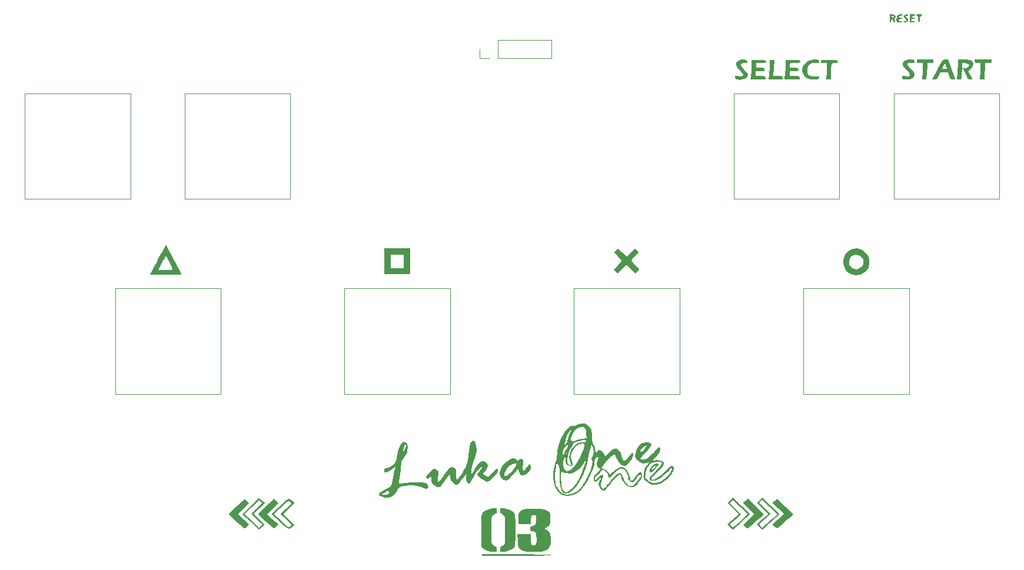
<source format=gbr>
%TF.GenerationSoftware,KiCad,Pcbnew,(6.0.5)*%
%TF.CreationDate,2022-10-13T09:17:03+09:00*%
%TF.ProjectId,Luka One___,4c756b61-204f-46e6-9566-5c5f2e6b6963,rev?*%
%TF.SameCoordinates,PX2f4d600PY1513820*%
%TF.FileFunction,Legend,Top*%
%TF.FilePolarity,Positive*%
%FSLAX46Y46*%
G04 Gerber Fmt 4.6, Leading zero omitted, Abs format (unit mm)*
G04 Created by KiCad (PCBNEW (6.0.5)) date 2022-10-13 09:17:03*
%MOMM*%
%LPD*%
G01*
G04 APERTURE LIST*
%ADD10C,0.120000*%
G04 APERTURE END LIST*
D10*
%TO.C,REF\u002A\u002A*%
X141000000Y-16300000D02*
X125800000Y-16300000D01*
X125800000Y-31500000D02*
X141000000Y-31500000D01*
X141000000Y-31500000D02*
X141000000Y-16300000D01*
X125800000Y-16300000D02*
X125800000Y-31500000D01*
X23800000Y-31500000D02*
X39000000Y-31500000D01*
X39000000Y-31500000D02*
X39000000Y-16300000D01*
X39000000Y-16300000D02*
X23800000Y-16300000D01*
X23800000Y-16300000D02*
X23800000Y-31500000D01*
%TO.C,Kailh PG1352*%
X102799999Y-59543850D02*
X117999999Y-59543850D01*
X102799999Y-44343850D02*
X102799999Y-59543850D01*
X117999999Y-59543850D02*
X117999999Y-44343850D01*
X117999999Y-44343850D02*
X102799999Y-44343850D01*
%TO.C,REF\u002A\u002A*%
X46800000Y-31500000D02*
X62000000Y-31500000D01*
X62000000Y-16300000D02*
X46800000Y-16300000D01*
X46800000Y-16300000D02*
X46800000Y-31500000D01*
X62000000Y-31500000D02*
X62000000Y-16300000D01*
X164000000Y-16300000D02*
X148800000Y-16300000D01*
X164000000Y-31500000D02*
X164000000Y-16300000D01*
X148800000Y-31500000D02*
X164000000Y-31500000D01*
X148800000Y-16300000D02*
X148800000Y-31500000D01*
%TO.C,Kailh PG1353*%
X135799999Y-44343850D02*
X135799999Y-59543850D01*
X135799999Y-59543850D02*
X150999999Y-59543850D01*
X150999999Y-44343850D02*
X135799999Y-44343850D01*
X150999999Y-59543850D02*
X150999999Y-44343850D01*
%TO.C,G\u002A\u002A\u002A*%
G36*
X154539921Y-11650000D02*
G01*
X154521195Y-11804269D01*
X154429154Y-11877361D01*
X154209996Y-11899045D01*
X154088142Y-11900000D01*
X153636363Y-11900000D01*
X153636363Y-12334912D01*
X153627527Y-12657389D01*
X153604350Y-13086623D01*
X153571825Y-13530297D01*
X153571434Y-13534912D01*
X153506505Y-14300000D01*
X152906034Y-14300000D01*
X152955651Y-13100000D01*
X153005269Y-11900000D01*
X152567852Y-11900000D01*
X152294706Y-11888826D01*
X152167452Y-11834525D01*
X152131547Y-11705924D01*
X152130435Y-11650000D01*
X152130435Y-11400000D01*
X154539921Y-11400000D01*
X154539921Y-11650000D01*
G37*
G36*
X88455997Y-66392782D02*
G01*
X88614228Y-66642645D01*
X88728059Y-67006864D01*
X88779707Y-67442713D01*
X88781027Y-67525190D01*
X88771770Y-67830952D01*
X88735440Y-68112396D01*
X88659202Y-68420680D01*
X88530218Y-68806965D01*
X88335653Y-69322410D01*
X88319940Y-69362865D01*
X88204608Y-69717018D01*
X88115021Y-70099680D01*
X88056391Y-70466862D01*
X88033926Y-70774577D01*
X88052839Y-70978837D01*
X88118338Y-71035653D01*
X88121969Y-71034250D01*
X88221568Y-70924379D01*
X88363030Y-70690529D01*
X88462090Y-70495045D01*
X88661504Y-70145562D01*
X88916215Y-69798785D01*
X89187814Y-69497249D01*
X89437891Y-69283492D01*
X89628037Y-69200048D01*
X89631502Y-69200000D01*
X89834403Y-69244284D01*
X90078711Y-69346159D01*
X90326590Y-69568913D01*
X90423447Y-69871292D01*
X90373915Y-70206586D01*
X90182627Y-70528080D01*
X89940704Y-70737455D01*
X89742941Y-70894805D01*
X89711516Y-71029015D01*
X89853189Y-71178962D01*
X90038803Y-71301745D01*
X90214015Y-71405190D01*
X90351793Y-71450494D01*
X90487881Y-71420266D01*
X90658021Y-71297114D01*
X90897959Y-71063645D01*
X91220151Y-70726933D01*
X91474241Y-70478633D01*
X91681049Y-70310599D01*
X91799700Y-70255582D01*
X91805612Y-70257834D01*
X91885823Y-70407897D01*
X91876115Y-70636710D01*
X91786884Y-70849769D01*
X91734215Y-70907003D01*
X91585971Y-71064197D01*
X91386582Y-71317226D01*
X91277703Y-71469118D01*
X90958064Y-71837474D01*
X90603688Y-72092340D01*
X90264576Y-72198839D01*
X90229818Y-72200000D01*
X90065944Y-72138528D01*
X89814544Y-71979881D01*
X89523499Y-71762711D01*
X89240692Y-71525670D01*
X89014003Y-71307410D01*
X88891313Y-71146584D01*
X88881797Y-71111807D01*
X88949927Y-70965947D01*
X89123123Y-70753514D01*
X89232806Y-70643522D01*
X89445998Y-70404749D01*
X89569546Y-70190106D01*
X89585294Y-70042024D01*
X89508198Y-70000000D01*
X89363900Y-70081627D01*
X89152078Y-70301788D01*
X88901284Y-70623398D01*
X88640074Y-71009374D01*
X88397001Y-71422633D01*
X88361444Y-71489295D01*
X88160449Y-71856894D01*
X87976254Y-72167287D01*
X87840498Y-72367952D01*
X87812865Y-72400000D01*
X87694297Y-72484730D01*
X87581536Y-72437016D01*
X87458009Y-72300000D01*
X87335458Y-72108644D01*
X87289078Y-71885141D01*
X87303989Y-71551597D01*
X87307800Y-71513798D01*
X87363307Y-70977596D01*
X87115090Y-71313798D01*
X86914819Y-71569608D01*
X86644132Y-71896076D01*
X86406394Y-72171375D01*
X86160348Y-72442901D01*
X85998556Y-72586533D01*
X85875117Y-72626669D01*
X85744127Y-72587706D01*
X85681614Y-72556613D01*
X85332248Y-72310453D01*
X85121772Y-71979590D01*
X85022202Y-71574116D01*
X84984021Y-71333175D01*
X84937598Y-71212666D01*
X84855787Y-71221053D01*
X84711439Y-71366799D01*
X84477410Y-71658367D01*
X84388735Y-71771605D01*
X84204109Y-72026076D01*
X84085832Y-72225026D01*
X84062450Y-72294136D01*
X84007306Y-72396335D01*
X83987154Y-72400287D01*
X83887017Y-72475615D01*
X83738215Y-72660493D01*
X83711067Y-72700000D01*
X83498737Y-72925469D01*
X83255836Y-72983122D01*
X82950399Y-72874005D01*
X82728450Y-72732206D01*
X82408126Y-72431395D01*
X82270244Y-72092043D01*
X82291213Y-71696320D01*
X82315592Y-71471941D01*
X82253755Y-71415791D01*
X82089976Y-71523341D01*
X81993151Y-71610476D01*
X81772009Y-71749579D01*
X81616626Y-71712609D01*
X81552928Y-71506997D01*
X81552569Y-71484179D01*
X81622611Y-71317282D01*
X81802132Y-71074705D01*
X82045226Y-70804072D01*
X82305987Y-70553004D01*
X82538507Y-70369124D01*
X82694082Y-70300000D01*
X82861325Y-70358041D01*
X83084658Y-70499301D01*
X83104437Y-70514529D01*
X83286769Y-70691255D01*
X83338400Y-70881307D01*
X83314117Y-71089529D01*
X83226165Y-71635027D01*
X83182677Y-72027362D01*
X83184891Y-72251399D01*
X83215125Y-72300000D01*
X83336284Y-72224527D01*
X83534066Y-72026062D01*
X83771505Y-71746537D01*
X84011637Y-71427883D01*
X84107630Y-71287587D01*
X84334455Y-70944335D01*
X84576176Y-70578761D01*
X84628278Y-70500000D01*
X84903738Y-70198041D01*
X85203420Y-70093747D01*
X85533799Y-70185561D01*
X85646436Y-70255670D01*
X85762900Y-70360190D01*
X85830327Y-70505653D01*
X85861586Y-70743964D01*
X85869547Y-71127031D01*
X85869565Y-71155670D01*
X85880440Y-71512650D01*
X85909192Y-71776154D01*
X85950009Y-71897135D01*
X85957751Y-71900000D01*
X86084240Y-71818659D01*
X86277931Y-71601382D01*
X86510754Y-71288286D01*
X86754640Y-70919488D01*
X86981519Y-70535104D01*
X87161153Y-70180082D01*
X87414819Y-69451116D01*
X87603141Y-68536704D01*
X87619042Y-68430367D01*
X87722813Y-67727095D01*
X87807992Y-67197665D01*
X87882067Y-66817614D01*
X87952525Y-66562478D01*
X88026856Y-66407795D01*
X88112546Y-66329102D01*
X88217086Y-66301933D01*
X88271144Y-66300000D01*
X88455997Y-66392782D01*
G37*
G36*
X129861179Y-11502507D02*
G01*
X130166178Y-11514520D01*
X130341404Y-11542774D01*
X130422357Y-11594004D01*
X130444537Y-11674945D01*
X130445059Y-11700000D01*
X130426099Y-11805106D01*
X130340597Y-11865319D01*
X130145619Y-11892859D01*
X129798232Y-11899944D01*
X129742292Y-11900000D01*
X129039525Y-11900000D01*
X129039525Y-12600000D01*
X129641897Y-12600000D01*
X129975739Y-12605293D01*
X130155980Y-12634218D01*
X130229770Y-12706344D01*
X130244255Y-12841237D01*
X130244269Y-12850000D01*
X130232826Y-12984389D01*
X130168255Y-13059242D01*
X130005194Y-13091938D01*
X129698280Y-13099855D01*
X129591699Y-13100000D01*
X128939130Y-13100000D01*
X128939130Y-13800000D01*
X129641897Y-13800000D01*
X130009054Y-13803676D01*
X130219186Y-13825081D01*
X130316045Y-13879780D01*
X130343384Y-13983337D01*
X130344664Y-14050000D01*
X130344664Y-14300000D01*
X128210091Y-14300000D01*
X128272320Y-13925000D01*
X128299277Y-13662285D01*
X128320597Y-13264444D01*
X128333347Y-12796331D01*
X128335654Y-12525000D01*
X128336759Y-11500000D01*
X129390909Y-11500000D01*
X129861179Y-11502507D01*
G37*
G36*
X128990226Y-75765192D02*
G01*
X130151097Y-76850000D01*
X129756633Y-77200000D01*
X129504041Y-77425117D01*
X129160316Y-77732766D01*
X128783177Y-78071250D01*
X128612225Y-78225000D01*
X128287673Y-78509418D01*
X128014365Y-78734661D01*
X127828356Y-78871801D01*
X127770953Y-78900000D01*
X127646928Y-78835237D01*
X127453842Y-78674650D01*
X127402264Y-78625000D01*
X127124901Y-78350000D01*
X128788537Y-76815936D01*
X127093857Y-75239168D01*
X127461606Y-74959777D01*
X127829355Y-74680385D01*
X128990226Y-75765192D01*
G37*
G36*
X59985700Y-74971885D02*
G01*
X60291396Y-75276378D01*
X58653172Y-76835366D01*
X59466832Y-77581120D01*
X60280492Y-78326873D01*
X60004862Y-78613436D01*
X59810303Y-78795938D01*
X59668293Y-78894415D01*
X59646719Y-78900000D01*
X59547609Y-78835686D01*
X59329590Y-78658542D01*
X59020484Y-78392265D01*
X58648112Y-78060552D01*
X58454625Y-77884638D01*
X57345043Y-76869276D01*
X57828055Y-76376539D01*
X58140123Y-76069062D01*
X58529412Y-75700731D01*
X58921473Y-75341753D01*
X58995535Y-75275597D01*
X59680003Y-74667392D01*
X59985700Y-74971885D01*
G37*
G36*
X91692490Y-76388477D02*
G01*
X91670177Y-76668086D01*
X91594058Y-76788228D01*
X91537334Y-76800000D01*
X91364795Y-76866413D01*
X91153619Y-77028046D01*
X91135753Y-77045454D01*
X91047023Y-77139952D01*
X90982644Y-77240895D01*
X90938709Y-77379869D01*
X90911315Y-77588459D01*
X90896557Y-77898250D01*
X90890531Y-78340828D01*
X90889333Y-78947777D01*
X90889328Y-79038944D01*
X90895003Y-79629188D01*
X90910725Y-80166050D01*
X90934539Y-80610700D01*
X90964491Y-80924305D01*
X90990693Y-81052541D01*
X91165909Y-81289954D01*
X91392274Y-81430974D01*
X91593950Y-81535749D01*
X91677826Y-81694575D01*
X91692490Y-81921923D01*
X91692490Y-82300000D01*
X91265810Y-82293310D01*
X90883459Y-82256227D01*
X90478992Y-82173020D01*
X90401726Y-82150706D01*
X90070999Y-82013951D01*
X89784168Y-81840127D01*
X89724058Y-81789964D01*
X89483794Y-81565137D01*
X89483794Y-79201424D01*
X89484514Y-78452761D01*
X89488120Y-77877946D01*
X89496779Y-77450828D01*
X89512660Y-77145256D01*
X89537930Y-76935078D01*
X89574757Y-76794145D01*
X89625310Y-76696305D01*
X89691755Y-76615408D01*
X89698803Y-76607836D01*
X90044221Y-76342443D01*
X90521312Y-76158192D01*
X91115217Y-76048233D01*
X91692490Y-75976955D01*
X91692490Y-76388477D01*
G37*
G36*
X158966246Y-11415050D02*
G01*
X159409395Y-11437156D01*
X159699122Y-11470192D01*
X159882793Y-11525782D01*
X160007775Y-11615551D01*
X160070594Y-11686078D01*
X160242284Y-12009664D01*
X160220409Y-12330844D01*
X160002787Y-12663617D01*
X159902329Y-12764685D01*
X159542208Y-13102986D01*
X159852132Y-13649978D01*
X160013512Y-13942387D01*
X160125610Y-14159998D01*
X160162055Y-14248485D01*
X160074076Y-14283438D01*
X159859559Y-14299827D01*
X159832608Y-14300000D01*
X159669673Y-14289456D01*
X159547095Y-14233998D01*
X159433853Y-14097880D01*
X159298929Y-13845361D01*
X159138322Y-13500000D01*
X158773482Y-12700000D01*
X159050627Y-12700000D01*
X159328627Y-12626807D01*
X159514804Y-12494146D01*
X159636639Y-12268552D01*
X159572192Y-12085507D01*
X159334288Y-11961681D01*
X159072581Y-11919250D01*
X158656126Y-11888500D01*
X158656126Y-12479581D01*
X158644234Y-12933860D01*
X158613905Y-13436455D01*
X158591627Y-13685330D01*
X158551495Y-14022035D01*
X158502660Y-14205861D01*
X158417550Y-14283045D01*
X158268596Y-14299823D01*
X158225101Y-14300000D01*
X157923076Y-14300000D01*
X157987896Y-13325000D01*
X158016945Y-12837330D01*
X158039391Y-12364179D01*
X158051820Y-11981762D01*
X158053235Y-11865050D01*
X158053755Y-11380100D01*
X158966246Y-11415050D01*
G37*
G36*
X150852726Y-4987321D02*
G01*
X150892677Y-5073980D01*
X150754154Y-5099968D01*
X150744980Y-5100000D01*
X150567621Y-5125753D01*
X150547559Y-5219518D01*
X150684906Y-5406057D01*
X150746640Y-5473049D01*
X150892424Y-5670903D01*
X150889086Y-5829406D01*
X150862008Y-5879494D01*
X150709113Y-6012273D01*
X150502793Y-6080489D01*
X150316633Y-6074181D01*
X150224220Y-5983386D01*
X150222925Y-5966004D01*
X150294092Y-5861459D01*
X150423715Y-5871025D01*
X150584563Y-5868734D01*
X150624506Y-5811663D01*
X150559320Y-5664564D01*
X150423715Y-5500000D01*
X150274856Y-5302756D01*
X150222925Y-5151905D01*
X150307721Y-5019754D01*
X150503262Y-4937183D01*
X150721269Y-4927259D01*
X150852726Y-4987321D01*
G37*
G36*
X97950024Y-76090796D02*
G01*
X98573976Y-76209712D01*
X99026969Y-76404682D01*
X99272500Y-76630585D01*
X99363713Y-76874740D01*
X99414499Y-77242654D01*
X99424708Y-77662662D01*
X99394189Y-78063102D01*
X99322793Y-78372310D01*
X99276330Y-78463967D01*
X99078408Y-78651112D01*
X98818684Y-78800771D01*
X98507633Y-78929105D01*
X98889982Y-79142346D01*
X99197839Y-79385200D01*
X99395172Y-79725650D01*
X99496360Y-80197095D01*
X99517497Y-80600000D01*
X99448253Y-81203684D01*
X99228617Y-81679329D01*
X98860759Y-82022430D01*
X98820553Y-82046598D01*
X98630815Y-82137811D01*
X98404821Y-82199940D01*
X98098149Y-82239448D01*
X97666375Y-82262800D01*
X97264427Y-82273023D01*
X96562251Y-82271709D01*
X96031798Y-82236011D01*
X95646659Y-82163977D01*
X95600209Y-82150051D01*
X95244504Y-82014929D01*
X95002578Y-81849943D01*
X94851015Y-81614927D01*
X94766402Y-81269712D01*
X94725322Y-80774134D01*
X94719755Y-80639700D01*
X94684965Y-79700000D01*
X96611857Y-79700000D01*
X96611857Y-80446481D01*
X96618949Y-80840205D01*
X96647727Y-81082043D01*
X96709447Y-81219840D01*
X96812648Y-81300000D01*
X97069374Y-81352330D01*
X97214229Y-81300000D01*
X97316559Y-81220741D01*
X97377203Y-81087100D01*
X97406534Y-80852771D01*
X97414925Y-80471445D01*
X97415019Y-80403624D01*
X97394961Y-79908683D01*
X97323876Y-79581115D01*
X97185404Y-79391293D01*
X96963181Y-79309593D01*
X96805477Y-79300000D01*
X96605592Y-79278718D01*
X96525326Y-79174063D01*
X96511462Y-78961129D01*
X96533660Y-78726478D01*
X96641193Y-78613809D01*
X96852758Y-78558482D01*
X97147376Y-78469712D01*
X97319503Y-78311551D01*
X97393681Y-78042146D01*
X97395184Y-77633437D01*
X97364822Y-77050000D01*
X96662055Y-77050000D01*
X96632166Y-77675000D01*
X96602276Y-78300000D01*
X94804743Y-78300000D01*
X94804743Y-77508889D01*
X94809208Y-77108423D01*
X94833328Y-76852602D01*
X94893188Y-76686107D01*
X95004874Y-76553613D01*
X95108884Y-76462868D01*
X95356939Y-76292471D01*
X95652391Y-76173787D01*
X96033885Y-76099059D01*
X96540071Y-76060531D01*
X97164031Y-76050389D01*
X97950024Y-76090796D01*
G37*
G36*
X151537752Y-4900000D02*
G01*
X151803438Y-4927820D01*
X151920874Y-4992517D01*
X151874133Y-5065941D01*
X151661299Y-5118357D01*
X151440221Y-5184485D01*
X151350252Y-5284817D01*
X151406809Y-5371856D01*
X151569894Y-5400000D01*
X151762534Y-5433222D01*
X151829249Y-5500000D01*
X151743332Y-5575172D01*
X151578261Y-5600000D01*
X151376397Y-5652158D01*
X151327272Y-5750000D01*
X151415262Y-5868047D01*
X151634383Y-5900000D01*
X151835083Y-5927082D01*
X151881427Y-5996569D01*
X151879446Y-6000000D01*
X151748598Y-6065281D01*
X151517535Y-6096367D01*
X151276949Y-6090350D01*
X151117527Y-6044318D01*
X151100339Y-6025000D01*
X151086222Y-5889951D01*
X151091324Y-5625448D01*
X151104104Y-5425000D01*
X151145861Y-4899999D01*
X151537752Y-4900000D01*
G37*
G36*
X137732244Y-11422167D02*
G01*
X137964655Y-11498657D01*
X138064662Y-11644452D01*
X138075099Y-11743926D01*
X138059700Y-11870292D01*
X137980980Y-11930196D01*
X137790152Y-11939425D01*
X137527273Y-11921203D01*
X137196625Y-11904943D01*
X136983340Y-11941450D01*
X136805974Y-12055451D01*
X136673914Y-12180283D01*
X136456761Y-12452794D01*
X136374105Y-12743911D01*
X136368379Y-12884128D01*
X136391867Y-13268110D01*
X136482254Y-13516751D01*
X136669427Y-13691284D01*
X136798064Y-13764475D01*
X137128364Y-13868513D01*
X137544327Y-13862928D01*
X137589060Y-13857332D01*
X137918090Y-13839195D01*
X138071257Y-13901656D01*
X138059996Y-14053230D01*
X137998265Y-14162084D01*
X137836646Y-14256833D01*
X137541060Y-14313748D01*
X137176026Y-14325203D01*
X136870355Y-14295364D01*
X136348511Y-14124766D01*
X135963866Y-13818782D01*
X135731802Y-13394611D01*
X135665988Y-12948439D01*
X135757947Y-12432533D01*
X136014823Y-11992381D01*
X136406582Y-11655843D01*
X136903192Y-11450779D01*
X137335196Y-11400000D01*
X137732244Y-11422167D01*
G37*
G36*
X60786328Y-75429149D02*
G01*
X61139517Y-75104064D01*
X61420107Y-74851979D01*
X61599035Y-74699196D01*
X61640696Y-74668609D01*
X61820073Y-74678273D01*
X62108915Y-74849165D01*
X62195656Y-74915282D01*
X62611508Y-75243346D01*
X60921344Y-76815936D01*
X62589442Y-78351534D01*
X62307567Y-78605768D01*
X62106148Y-78787470D01*
X61947000Y-78906150D01*
X61800336Y-78951217D01*
X61636370Y-78912085D01*
X61425315Y-78778164D01*
X61137384Y-78538867D01*
X60742792Y-78183605D01*
X60501059Y-77963603D01*
X59277613Y-76851863D01*
X59281450Y-76848237D01*
X59641321Y-76848237D01*
X60678904Y-77812660D01*
X61089299Y-78191831D01*
X61381419Y-78451220D01*
X61582814Y-78608530D01*
X61721037Y-78681462D01*
X61823637Y-78687719D01*
X61918166Y-78645003D01*
X61946385Y-78627040D01*
X62114761Y-78478630D01*
X62170926Y-78363499D01*
X62097500Y-78254050D01*
X61903259Y-78047312D01*
X61620179Y-77775756D01*
X61369844Y-77550000D01*
X60574121Y-76850000D01*
X61399928Y-76077406D01*
X62225736Y-75304812D01*
X62009992Y-75089917D01*
X61904074Y-74995420D01*
X61801386Y-74952380D01*
X61677455Y-74975766D01*
X61507809Y-75080549D01*
X61267975Y-75281701D01*
X60933481Y-75594191D01*
X60499379Y-76014005D01*
X59641321Y-76848237D01*
X59281450Y-76848237D01*
X60389600Y-75800931D01*
X60786328Y-75429149D01*
G37*
G36*
X92183440Y-70597223D02*
G01*
X92370311Y-70168311D01*
X92648931Y-69766031D01*
X92989246Y-69410731D01*
X93361203Y-69122759D01*
X93734747Y-68922465D01*
X94079825Y-68830196D01*
X94366382Y-68866300D01*
X94535665Y-69004621D01*
X94685944Y-69218330D01*
X94902211Y-69002915D01*
X95134175Y-68857505D01*
X95331108Y-68883365D01*
X95468991Y-69052064D01*
X95523803Y-69335173D01*
X95477241Y-69683505D01*
X95429352Y-69998006D01*
X95441891Y-70296179D01*
X95506099Y-70517111D01*
X95609046Y-70600000D01*
X95712085Y-70522537D01*
X95879431Y-70321683D01*
X96033813Y-70101945D01*
X96223202Y-69841848D01*
X96381978Y-69673526D01*
X96461265Y-69634675D01*
X96534837Y-69744738D01*
X96587118Y-69976371D01*
X96592576Y-70028677D01*
X96588809Y-70261186D01*
X96511018Y-70465685D01*
X96327995Y-70707694D01*
X96203308Y-70845947D01*
X95837867Y-71166491D01*
X95516292Y-71294056D01*
X95242525Y-71229077D01*
X95020511Y-70971986D01*
X94906373Y-70703726D01*
X94771011Y-70295192D01*
X94462731Y-70672596D01*
X94218453Y-70960660D01*
X93915994Y-71302652D01*
X93712894Y-71525000D01*
X93345179Y-71855162D01*
X93019783Y-71998069D01*
X92718322Y-71957108D01*
X92444974Y-71758612D01*
X92187311Y-71382693D01*
X92128941Y-71014656D01*
X92808206Y-71014656D01*
X92818556Y-71265745D01*
X92863768Y-71333333D01*
X92961699Y-71389379D01*
X93090311Y-71358186D01*
X93283188Y-71221007D01*
X93573912Y-70959094D01*
X93631108Y-70904972D01*
X93935881Y-70587860D01*
X94212019Y-70253676D01*
X94381061Y-70004972D01*
X94609948Y-69600000D01*
X94330863Y-69600373D01*
X94009908Y-69670978D01*
X93647890Y-69850429D01*
X93329025Y-70091273D01*
X93198419Y-70238456D01*
X92937284Y-70664186D01*
X92808206Y-71014656D01*
X92128941Y-71014656D01*
X92118586Y-70949364D01*
X92183440Y-70597223D01*
G37*
G36*
X127307384Y-11398609D02*
G01*
X127569477Y-11484960D01*
X127718453Y-11646338D01*
X127734550Y-11735698D01*
X127710527Y-11866377D01*
X127603981Y-11929852D01*
X127363585Y-11949291D01*
X127259760Y-11950000D01*
X126942836Y-11975106D01*
X126786522Y-12060173D01*
X126791148Y-12219825D01*
X126957043Y-12468684D01*
X127279274Y-12816095D01*
X127544218Y-13106712D01*
X127740465Y-13368867D01*
X127832145Y-13553500D01*
X127834782Y-13575845D01*
X127743432Y-13888179D01*
X127488236Y-14127607D01*
X127097482Y-14279325D01*
X126599454Y-14328533D01*
X126413655Y-14319527D01*
X126152384Y-14269733D01*
X126022542Y-14148452D01*
X125982089Y-14032728D01*
X125944518Y-13814639D01*
X126004748Y-13735568D01*
X126198717Y-13771419D01*
X126314346Y-13809946D01*
X126639141Y-13873309D01*
X126918367Y-13843158D01*
X127096573Y-13731950D01*
X127132016Y-13626239D01*
X127064984Y-13475012D01*
X126888527Y-13236372D01*
X126639603Y-12959801D01*
X126617490Y-12937342D01*
X126280586Y-12549971D01*
X126117846Y-12230334D01*
X126124828Y-11954782D01*
X126297092Y-11699665D01*
X126372100Y-11630589D01*
X126655724Y-11467338D01*
X126985142Y-11391373D01*
X127307384Y-11398609D01*
G37*
G36*
X151220959Y-11420579D02*
G01*
X151541952Y-11445662D01*
X151713582Y-11493690D01*
X151787269Y-11589121D01*
X151808440Y-11700000D01*
X151813203Y-11847930D01*
X151749200Y-11916693D01*
X151567793Y-11929021D01*
X151345657Y-11916295D01*
X150987657Y-11919711D01*
X150802658Y-11996335D01*
X150789983Y-12154369D01*
X150948950Y-12402012D01*
X151276946Y-12745613D01*
X151580865Y-13056004D01*
X151753294Y-13290339D01*
X151823349Y-13492596D01*
X151829249Y-13579841D01*
X151741488Y-13913005D01*
X151489694Y-14148367D01*
X151091099Y-14274155D01*
X150786658Y-14292105D01*
X150466136Y-14278167D01*
X150221321Y-14251441D01*
X150147628Y-14233771D01*
X150049376Y-14105587D01*
X150022134Y-13949727D01*
X150038353Y-13800437D01*
X150124902Y-13758871D01*
X150338617Y-13803243D01*
X150376966Y-13813709D01*
X150666850Y-13863958D01*
X150901997Y-13856684D01*
X150919865Y-13851841D01*
X151117714Y-13742910D01*
X151158123Y-13579594D01*
X151036798Y-13346167D01*
X150749444Y-13026901D01*
X150674832Y-12954386D01*
X150313719Y-12559112D01*
X150132607Y-12227582D01*
X150127899Y-11942563D01*
X150295997Y-11686824D01*
X150392698Y-11602837D01*
X150610282Y-11472833D01*
X150872396Y-11418560D01*
X151220959Y-11420579D01*
G37*
G36*
X111872037Y-38850095D02*
G01*
X112176581Y-39140718D01*
X111622678Y-39698259D01*
X111360924Y-39972986D01*
X111165888Y-40199131D01*
X111072301Y-40335826D01*
X111068774Y-40350000D01*
X111135011Y-40460520D01*
X111310966Y-40670605D01*
X111562511Y-40940283D01*
X111641292Y-41020477D01*
X112213810Y-41596754D01*
X111921934Y-41900207D01*
X111630059Y-42203660D01*
X110998033Y-41579719D01*
X110366008Y-40955777D01*
X109733982Y-41579719D01*
X109101956Y-42203660D01*
X108810081Y-41900207D01*
X108518205Y-41596754D01*
X109090723Y-41020477D01*
X109357223Y-40741329D01*
X109557625Y-40510659D01*
X109657801Y-40368438D01*
X109663241Y-40350000D01*
X109597060Y-40238869D01*
X109421672Y-40029160D01*
X109171809Y-39761740D01*
X109109338Y-39698259D01*
X108555434Y-39140718D01*
X108859979Y-38850095D01*
X109164523Y-38559472D01*
X109765265Y-39151605D01*
X110366008Y-39743739D01*
X110966750Y-39151605D01*
X111567492Y-38559472D01*
X111872037Y-38850095D01*
G37*
G36*
X141691713Y-39720833D02*
G01*
X141996470Y-39264855D01*
X142422253Y-38906162D01*
X142949460Y-38674887D01*
X143501829Y-38600557D01*
X143883570Y-38676120D01*
X144307830Y-38876701D01*
X144705708Y-39160936D01*
X145008300Y-39487462D01*
X145028031Y-39516781D01*
X145203339Y-39838837D01*
X145285601Y-40163618D01*
X145303557Y-40524982D01*
X145279245Y-40898031D01*
X145216793Y-41229422D01*
X145161927Y-41379965D01*
X144933271Y-41700479D01*
X144611108Y-42021879D01*
X144282234Y-42258920D01*
X144249407Y-42276168D01*
X143863492Y-42396560D01*
X143398404Y-42441607D01*
X142964326Y-42402485D01*
X142894071Y-42384699D01*
X142350956Y-42127210D01*
X141912716Y-41713783D01*
X141699605Y-41371146D01*
X141523680Y-40804111D01*
X141525807Y-40498881D01*
X142392095Y-40498881D01*
X142438507Y-40931952D01*
X142594439Y-41232966D01*
X142871496Y-41444119D01*
X143319298Y-41589802D01*
X143747437Y-41537912D01*
X144122329Y-41308202D01*
X144333221Y-41088178D01*
X144428302Y-40866133D01*
X144450197Y-40550000D01*
X144427467Y-40229768D01*
X144330863Y-40008535D01*
X144122329Y-39791797D01*
X143739158Y-39559379D01*
X143339750Y-39494435D01*
X142964843Y-39580316D01*
X142655176Y-39800373D01*
X142451488Y-40137957D01*
X142392095Y-40498881D01*
X141525807Y-40498881D01*
X141527583Y-40243963D01*
X141691713Y-39720833D01*
G37*
G36*
X152751248Y-4919861D02*
G01*
X152912866Y-4970114D01*
X152933597Y-5000000D01*
X152852977Y-5090274D01*
X152792425Y-5100000D01*
X152682058Y-5198409D01*
X152599293Y-5490551D01*
X152582213Y-5600000D01*
X152526586Y-5884769D01*
X152459874Y-6065851D01*
X152422199Y-6100000D01*
X152370300Y-6010047D01*
X152337361Y-5780058D01*
X152331225Y-5600000D01*
X152315103Y-5285568D01*
X152259286Y-5131995D01*
X152180632Y-5100000D01*
X152047029Y-5046002D01*
X152030039Y-5000000D01*
X152119771Y-4940362D01*
X152346804Y-4904588D01*
X152481818Y-4900000D01*
X152751248Y-4919861D01*
G37*
G36*
X131525332Y-13800000D02*
G01*
X132189939Y-13800000D01*
X132544707Y-13804198D01*
X132743666Y-13828067D01*
X132831777Y-13888522D01*
X132854003Y-14002474D01*
X132854545Y-14050000D01*
X132854545Y-14300000D01*
X130818036Y-14300000D01*
X130882536Y-13685330D01*
X130915413Y-13261587D01*
X130938649Y-12751285D01*
X130947035Y-12285330D01*
X130947035Y-11500000D01*
X131669610Y-11500000D01*
X131525332Y-13800000D01*
G37*
G36*
X74880907Y-73805622D02*
G01*
X75135666Y-73631306D01*
X75554448Y-73403901D01*
X75685264Y-73337225D01*
X76036027Y-73144775D01*
X76311784Y-72965246D01*
X76466139Y-72829799D01*
X76481931Y-72802127D01*
X76582303Y-72457377D01*
X76692254Y-72031773D01*
X76803309Y-71564964D01*
X76906995Y-71096595D01*
X76994839Y-70666315D01*
X77058365Y-70313769D01*
X77089102Y-70078606D01*
X77080820Y-70000000D01*
X77001991Y-70059872D01*
X76824261Y-70211336D01*
X76722102Y-70301065D01*
X76461455Y-70501316D01*
X76219089Y-70639347D01*
X76156324Y-70661906D01*
X75980606Y-70744294D01*
X75930435Y-70817795D01*
X75847079Y-70880427D01*
X75704545Y-70881955D01*
X75537975Y-70811081D01*
X75480712Y-70624663D01*
X75478656Y-70550000D01*
X75502409Y-70343181D01*
X75614519Y-70250573D01*
X75819881Y-70217554D01*
X76267632Y-70094399D01*
X76689940Y-69838901D01*
X77033490Y-69495725D01*
X77244966Y-69109539D01*
X77273210Y-69000000D01*
X77320280Y-68720353D01*
X77345780Y-68511252D01*
X77346433Y-68500000D01*
X77375187Y-68324344D01*
X77441639Y-68031526D01*
X77463924Y-67944501D01*
X78239525Y-67944501D01*
X78396617Y-67721104D01*
X78523536Y-67462784D01*
X78609954Y-67152431D01*
X78610543Y-67148854D01*
X78624319Y-66903774D01*
X78571509Y-66800772D01*
X78563668Y-66800000D01*
X78460119Y-66888119D01*
X78355401Y-67108180D01*
X78273791Y-67393737D01*
X78239567Y-67678344D01*
X78239525Y-67687172D01*
X78239525Y-67944501D01*
X77463924Y-67944501D01*
X77500928Y-67800000D01*
X77695168Y-67179530D01*
X77896575Y-66752214D01*
X78111457Y-66511209D01*
X78346121Y-66449670D01*
X78606875Y-66560753D01*
X78628545Y-66576512D01*
X78784087Y-66718189D01*
X78859180Y-66886223D01*
X78877534Y-67151656D01*
X78873945Y-67311714D01*
X78858298Y-67686242D01*
X78824644Y-67937249D01*
X78746267Y-68139379D01*
X78596451Y-68367279D01*
X78405502Y-68620557D01*
X78210179Y-68889567D01*
X78085403Y-69114758D01*
X78009727Y-69360560D01*
X77961703Y-69691398D01*
X77929638Y-70050000D01*
X77879079Y-70573027D01*
X77812325Y-71130220D01*
X77742529Y-71613362D01*
X77731930Y-71676726D01*
X77676630Y-72032558D01*
X77645621Y-72302276D01*
X77644635Y-72434266D01*
X77647253Y-72438846D01*
X77757415Y-72440876D01*
X78020786Y-72417415D01*
X78392062Y-72373008D01*
X78641106Y-72339146D01*
X79216243Y-72279023D01*
X79834884Y-72248241D01*
X80383319Y-72252135D01*
X80435216Y-72254955D01*
X81018496Y-72310137D01*
X81427105Y-72401806D01*
X81685720Y-72542501D01*
X81819014Y-72744760D01*
X81852217Y-72975000D01*
X81781123Y-73154568D01*
X81568749Y-73197923D01*
X81221529Y-73104322D01*
X81115963Y-73060122D01*
X80471948Y-72846858D01*
X79738243Y-72745884D01*
X79042687Y-72741623D01*
X78447463Y-72781280D01*
X78015763Y-72856271D01*
X77711386Y-72981371D01*
X77498129Y-73171353D01*
X77342255Y-73435593D01*
X77019017Y-73959364D01*
X76609664Y-74302668D01*
X76109959Y-74467653D01*
X75515667Y-74456471D01*
X75378261Y-74431903D01*
X75151437Y-74341840D01*
X74931430Y-74204951D01*
X74795723Y-74072952D01*
X74783456Y-74003879D01*
X75186831Y-74003879D01*
X75188347Y-74017530D01*
X75336105Y-74090369D01*
X75585974Y-74089656D01*
X75856402Y-74022668D01*
X76008491Y-73944329D01*
X76166350Y-73783183D01*
X76232167Y-73617991D01*
X76188140Y-73511823D01*
X76133911Y-73500000D01*
X75966167Y-73542152D01*
X75727302Y-73646611D01*
X75477601Y-73780383D01*
X75277349Y-73910470D01*
X75186831Y-74003879D01*
X74783456Y-74003879D01*
X74773238Y-73946340D01*
X74880907Y-73805622D01*
G37*
G36*
X148581334Y-4918963D02*
G01*
X148880329Y-4992248D01*
X149064278Y-5129719D01*
X149104544Y-5295992D01*
X149000316Y-5436612D01*
X148889986Y-5594270D01*
X148923482Y-5705755D01*
X149008692Y-5917263D01*
X148985320Y-6066933D01*
X148912564Y-6100000D01*
X148811397Y-6015513D01*
X148702990Y-5808736D01*
X148690314Y-5775000D01*
X148573681Y-5450000D01*
X148519844Y-5741750D01*
X148442808Y-5963972D01*
X148340514Y-6075083D01*
X148266733Y-6038093D01*
X148226667Y-5849817D01*
X148215019Y-5502296D01*
X148215019Y-5250000D01*
X148516205Y-5250000D01*
X148596568Y-5382576D01*
X148666798Y-5400000D01*
X148799899Y-5319953D01*
X148817391Y-5250000D01*
X148737028Y-5117423D01*
X148666798Y-5100000D01*
X148533697Y-5180046D01*
X148516205Y-5250000D01*
X148215019Y-5250000D01*
X148215019Y-4887926D01*
X148581334Y-4918963D01*
G37*
G36*
X129902663Y-74498723D02*
G01*
X131140798Y-75674361D01*
X132378933Y-76850000D01*
X131336700Y-77794124D01*
X130940302Y-78152724D01*
X130581649Y-78476292D01*
X130294723Y-78734233D01*
X130113505Y-78895952D01*
X130088116Y-78918271D01*
X129961716Y-79014237D01*
X129854457Y-79020908D01*
X129712482Y-78919303D01*
X129503136Y-78712069D01*
X129124506Y-78325843D01*
X129659289Y-77826005D01*
X129972294Y-77537094D01*
X130270129Y-77268244D01*
X130479503Y-77085239D01*
X130764934Y-76844312D01*
X129947977Y-76046779D01*
X129131790Y-75250000D01*
X129420493Y-75250000D01*
X130258309Y-76034522D01*
X131096126Y-76819045D01*
X129432600Y-78328091D01*
X129652437Y-78561175D01*
X129872273Y-78794259D01*
X130434753Y-78298658D01*
X130817549Y-77960406D01*
X131237864Y-77587545D01*
X131536786Y-77321368D01*
X132076340Y-76839677D01*
X129898650Y-74806715D01*
X129659571Y-75028357D01*
X129420493Y-75250000D01*
X129131790Y-75250000D01*
X129131019Y-75249247D01*
X129902663Y-74498723D01*
G37*
G36*
X92559151Y-82608157D02*
G01*
X93382898Y-82612282D01*
X94239204Y-82618861D01*
X95104812Y-82627659D01*
X95956460Y-82638438D01*
X96770892Y-82650959D01*
X97524847Y-82664987D01*
X98195066Y-82680283D01*
X98758291Y-82696611D01*
X99191263Y-82713733D01*
X99470723Y-82731411D01*
X99573410Y-82749409D01*
X99573518Y-82750000D01*
X99476990Y-82773333D01*
X99202864Y-82794742D01*
X98774322Y-82814111D01*
X98214548Y-82831323D01*
X97546726Y-82846262D01*
X96794038Y-82858813D01*
X95979668Y-82868860D01*
X95126799Y-82876286D01*
X94258615Y-82880975D01*
X93398299Y-82882812D01*
X92569034Y-82881681D01*
X91794005Y-82877465D01*
X91096393Y-82870049D01*
X90499384Y-82859316D01*
X90026159Y-82845152D01*
X89699902Y-82827438D01*
X89543798Y-82806061D01*
X89534131Y-82800223D01*
X89550579Y-82681646D01*
X89602925Y-82648262D01*
X89742875Y-82632671D01*
X90054939Y-82620959D01*
X90515858Y-82612889D01*
X91102372Y-82608224D01*
X91791223Y-82606725D01*
X92559151Y-82608157D01*
G37*
G36*
X105648108Y-71792294D02*
G01*
X105647431Y-71725267D01*
X105667671Y-71504613D01*
X105750768Y-71314502D01*
X105930291Y-71100266D01*
X106174506Y-70866861D01*
X106701581Y-70383188D01*
X106426770Y-70239066D01*
X106166983Y-70006607D01*
X106079216Y-69671644D01*
X106163360Y-69233691D01*
X106187628Y-69167319D01*
X106312245Y-68811764D01*
X106345073Y-68617741D01*
X106283263Y-68567475D01*
X106123968Y-68643191D01*
X106105565Y-68655047D01*
X105949019Y-68792539D01*
X105840831Y-68992970D01*
X105762809Y-69303996D01*
X105704965Y-69704486D01*
X105637752Y-70045921D01*
X105540332Y-70354486D01*
X105334620Y-70844219D01*
X105140193Y-71288550D01*
X104976455Y-71644409D01*
X104862812Y-71868728D01*
X104843989Y-71900000D01*
X104727660Y-72091106D01*
X104582404Y-72343995D01*
X104579052Y-72350000D01*
X104391396Y-72647784D01*
X104147414Y-72985616D01*
X103896200Y-73299833D01*
X103686849Y-73526771D01*
X103639525Y-73568332D01*
X103255617Y-73816803D01*
X102797587Y-74027271D01*
X102328869Y-74178120D01*
X101912899Y-74247733D01*
X101681818Y-74235448D01*
X101408864Y-74177096D01*
X101262876Y-74146135D01*
X100936399Y-73993749D01*
X100596202Y-73694847D01*
X100288013Y-73293946D01*
X100163726Y-73076092D01*
X99961655Y-72508147D01*
X99853671Y-71814416D01*
X99843050Y-71047488D01*
X99844252Y-71036970D01*
X100072685Y-71036970D01*
X100073255Y-71401765D01*
X100092466Y-71811267D01*
X100129590Y-72214071D01*
X100155130Y-72400000D01*
X100265414Y-72756801D01*
X100467754Y-73162263D01*
X100711880Y-73523974D01*
X100847112Y-73672056D01*
X101246288Y-73915812D01*
X101736180Y-74023785D01*
X102253389Y-73988392D01*
X102585375Y-73879913D01*
X103121307Y-73608608D01*
X103505099Y-73342007D01*
X103704756Y-73145496D01*
X103937262Y-72853596D01*
X104178054Y-72511111D01*
X104396153Y-72167457D01*
X104560581Y-71872049D01*
X104640359Y-71674302D01*
X104643478Y-71648058D01*
X104689776Y-71516113D01*
X104728012Y-71500000D01*
X104802273Y-71412438D01*
X104919532Y-71180232D01*
X105061207Y-70849100D01*
X105208716Y-70464760D01*
X105343479Y-70072930D01*
X105438367Y-69752210D01*
X105492231Y-69352924D01*
X105426012Y-69030834D01*
X105360702Y-68784170D01*
X105402331Y-68617191D01*
X105477985Y-68520749D01*
X105600865Y-68262157D01*
X105644417Y-67888548D01*
X105605464Y-67469961D01*
X105537214Y-67214922D01*
X105427400Y-66989427D01*
X105322451Y-66903092D01*
X105255152Y-66972652D01*
X105245850Y-67066210D01*
X105219523Y-67254394D01*
X105152303Y-67551403D01*
X105101480Y-67741210D01*
X105011282Y-68088483D01*
X104904182Y-68543686D01*
X104800862Y-69018287D01*
X104784046Y-69100000D01*
X104696326Y-69495981D01*
X104611835Y-69818001D01*
X104544642Y-70014371D01*
X104526835Y-70044999D01*
X104451209Y-70223035D01*
X104442687Y-70304636D01*
X104399855Y-70508330D01*
X104299161Y-70759636D01*
X104188642Y-70989736D01*
X104026734Y-71334512D01*
X103845061Y-71726532D01*
X103811282Y-71800000D01*
X103549026Y-72278884D01*
X103215252Y-72753783D01*
X102844477Y-73186824D01*
X102471215Y-73540132D01*
X102129983Y-73775834D01*
X101945588Y-73847203D01*
X101538135Y-73857288D01*
X101212913Y-73690170D01*
X100969124Y-73344367D01*
X100805967Y-72818398D01*
X100722640Y-72110782D01*
X100710829Y-71562991D01*
X100712847Y-71444335D01*
X100922213Y-71444335D01*
X100942341Y-71889410D01*
X100983481Y-72356086D01*
X101040852Y-72785939D01*
X101109671Y-73120544D01*
X101161654Y-73265965D01*
X101363318Y-73564483D01*
X101585883Y-73679070D01*
X101873474Y-73624453D01*
X102025131Y-73554156D01*
X102388418Y-73291887D01*
X102783187Y-72878491D01*
X103178553Y-72352947D01*
X103543628Y-71754235D01*
X103712094Y-71425150D01*
X103900483Y-71004302D01*
X104084412Y-70547198D01*
X104250306Y-70093940D01*
X104384593Y-69684625D01*
X104473697Y-69359353D01*
X104504047Y-69158222D01*
X104493366Y-69117145D01*
X104430213Y-69172303D01*
X104318200Y-69353810D01*
X104285372Y-69415706D01*
X103918163Y-69973899D01*
X103456085Y-70437851D01*
X102938053Y-70779245D01*
X102402983Y-70969764D01*
X102108164Y-71000000D01*
X101746177Y-70967434D01*
X101415787Y-70885651D01*
X101323645Y-70846502D01*
X101116267Y-70752121D01*
X101015679Y-70760985D01*
X100964124Y-70852686D01*
X100927880Y-71079286D01*
X100922213Y-71444335D01*
X100712847Y-71444335D01*
X100718410Y-71117323D01*
X100732849Y-70750351D01*
X100751928Y-70505228D01*
X100769283Y-70425609D01*
X100759023Y-70314548D01*
X100673464Y-70094728D01*
X100623366Y-69991601D01*
X100553815Y-69835562D01*
X101269966Y-69835562D01*
X101335621Y-70198844D01*
X101369997Y-70279514D01*
X101571655Y-70571871D01*
X101799695Y-70681807D01*
X102090685Y-70618115D01*
X102304264Y-70504139D01*
X102668671Y-70205556D01*
X103049778Y-69759833D01*
X103414248Y-69213520D01*
X103728744Y-68613168D01*
X103832103Y-68370789D01*
X103990429Y-67978631D01*
X104130406Y-67643308D01*
X104229012Y-67419572D01*
X104250230Y-67376356D01*
X104323509Y-67138493D01*
X104342292Y-66951356D01*
X104310864Y-66772828D01*
X104175998Y-66706632D01*
X104036121Y-66700000D01*
X103579171Y-66790804D01*
X103156346Y-67068358D01*
X102883887Y-67364665D01*
X102529826Y-67897777D01*
X102356335Y-68383656D01*
X102357736Y-68849788D01*
X102493519Y-69253798D01*
X102617313Y-69602973D01*
X102590265Y-69826596D01*
X102408564Y-69935317D01*
X102244534Y-69950000D01*
X101930837Y-69861187D01*
X101703496Y-69615823D01*
X101580813Y-69245519D01*
X101579546Y-68976229D01*
X101849655Y-68976229D01*
X101860092Y-69367739D01*
X101924369Y-69584296D01*
X102062116Y-69726345D01*
X102241445Y-69797486D01*
X102388972Y-69781657D01*
X102434782Y-69696016D01*
X102392152Y-69548672D01*
X102285210Y-69303279D01*
X102235664Y-69203265D01*
X102100546Y-68734309D01*
X102152513Y-68214715D01*
X102392624Y-67638114D01*
X102534804Y-67400580D01*
X102927573Y-66930480D01*
X103381460Y-66630692D01*
X103874926Y-66513712D01*
X104055151Y-66518473D01*
X104300982Y-66537378D01*
X104434609Y-66539004D01*
X104442687Y-66535821D01*
X104473374Y-66439830D01*
X104509681Y-66342461D01*
X104527569Y-66245548D01*
X104456052Y-66202704D01*
X104254363Y-66204200D01*
X104020516Y-66225740D01*
X103538898Y-66313150D01*
X103123596Y-66458928D01*
X102814115Y-66643094D01*
X102649959Y-66845670D01*
X102633838Y-66927032D01*
X102562373Y-67148824D01*
X102392128Y-67376612D01*
X102385315Y-67383133D01*
X102191116Y-67659741D01*
X102028331Y-68059368D01*
X101910123Y-68519151D01*
X101849655Y-68976229D01*
X101579546Y-68976229D01*
X101578717Y-68800000D01*
X101608931Y-68533966D01*
X101601725Y-68443220D01*
X101547009Y-68504910D01*
X101490418Y-68600000D01*
X101353164Y-68955262D01*
X101277747Y-69394076D01*
X101269966Y-69835562D01*
X100553815Y-69835562D01*
X100497695Y-69709657D01*
X100424878Y-69476265D01*
X100418513Y-69428983D01*
X100393974Y-69420503D01*
X100338044Y-69573642D01*
X100268030Y-69834726D01*
X100200318Y-70159161D01*
X100169534Y-70404743D01*
X100177636Y-70502816D01*
X100159829Y-70622648D01*
X100130369Y-70647120D01*
X100091481Y-70768286D01*
X100072685Y-71036970D01*
X99844252Y-71036970D01*
X99933069Y-70259953D01*
X99975188Y-70050000D01*
X100067950Y-69663343D01*
X100157406Y-69348154D01*
X100227547Y-69159404D01*
X100240951Y-69137433D01*
X100293113Y-68983922D01*
X100339604Y-68696702D01*
X100366908Y-68387433D01*
X100370869Y-68350000D01*
X101133397Y-68350000D01*
X101143558Y-68488849D01*
X101198228Y-68464402D01*
X101283430Y-68355887D01*
X101381298Y-68180901D01*
X101633158Y-68180901D01*
X101649405Y-68292814D01*
X101718809Y-68220123D01*
X101732016Y-68200000D01*
X101817248Y-68029000D01*
X101830873Y-67969098D01*
X101769417Y-67932798D01*
X101732016Y-67950000D01*
X101644661Y-68092710D01*
X101633158Y-68180901D01*
X101381298Y-68180901D01*
X101399744Y-68147920D01*
X101430830Y-68020389D01*
X101484006Y-67862648D01*
X101620497Y-67609901D01*
X101738078Y-67425541D01*
X101906437Y-67130086D01*
X101963001Y-66930911D01*
X101917622Y-66851336D01*
X101780153Y-66914680D01*
X101599302Y-67097071D01*
X101355998Y-67486440D01*
X101187740Y-67949794D01*
X101133397Y-68350000D01*
X100370869Y-68350000D01*
X100439852Y-67698036D01*
X100569876Y-67050150D01*
X100602150Y-66950000D01*
X101428783Y-66950000D01*
X101660724Y-66663183D01*
X101817601Y-66397687D01*
X101961327Y-66037479D01*
X101967869Y-66014378D01*
X102384180Y-66014378D01*
X102401721Y-66243661D01*
X102455654Y-66314964D01*
X102662923Y-66392011D01*
X102881243Y-66328778D01*
X103015056Y-66244161D01*
X103227695Y-66156323D01*
X103565852Y-66078641D01*
X103935866Y-66030082D01*
X104633307Y-65971841D01*
X104595441Y-65379384D01*
X104519715Y-64856291D01*
X104367047Y-64510320D01*
X104131279Y-64331435D01*
X103933411Y-64300000D01*
X103463956Y-64396748D01*
X103045479Y-64686640D01*
X102795420Y-64986698D01*
X102593936Y-65335441D01*
X102452554Y-65694819D01*
X102384180Y-66014378D01*
X101967869Y-66014378D01*
X102020710Y-65827784D01*
X102133967Y-65438826D01*
X102278189Y-65065816D01*
X102352710Y-64914600D01*
X102556666Y-64550000D01*
X102307696Y-64780488D01*
X102164208Y-64937508D01*
X102027132Y-65150702D01*
X101874562Y-65460973D01*
X101684590Y-65909222D01*
X101627738Y-66050000D01*
X101555131Y-66288174D01*
X101490107Y-66588544D01*
X101488140Y-66600000D01*
X101428783Y-66950000D01*
X100602150Y-66950000D01*
X100741777Y-66516718D01*
X100770726Y-66450000D01*
X101042260Y-65863376D01*
X101261661Y-65422208D01*
X101451748Y-65086411D01*
X101635341Y-64815897D01*
X101835259Y-64570580D01*
X101850365Y-64553417D01*
X102094214Y-64292717D01*
X102269617Y-64159925D01*
X102430291Y-64124226D01*
X102568261Y-64141590D01*
X102938427Y-64124868D01*
X103108288Y-64045531D01*
X103482404Y-63887768D01*
X103926629Y-63823084D01*
X104355136Y-63856540D01*
X104626655Y-63956008D01*
X104968846Y-64198098D01*
X105197682Y-64476830D01*
X105333789Y-64837103D01*
X105397794Y-65323815D01*
X105409720Y-65660547D01*
X105432100Y-66192789D01*
X105484371Y-66560049D01*
X105571606Y-66795814D01*
X105585048Y-66817442D01*
X105703199Y-67068554D01*
X105807527Y-67406765D01*
X105835762Y-67536513D01*
X105913659Y-67887500D01*
X105985473Y-68049511D01*
X106060998Y-68032943D01*
X106144113Y-67863868D01*
X106251303Y-67672064D01*
X106352698Y-67600000D01*
X106639965Y-67683390D01*
X106925299Y-67894138D01*
X107134224Y-68173114D01*
X107165272Y-68245158D01*
X107291272Y-68592234D01*
X107649181Y-68194394D01*
X108019181Y-67829195D01*
X108375171Y-67560677D01*
X108676863Y-67417039D01*
X108783198Y-67400658D01*
X109039416Y-67489018D01*
X109301468Y-67723996D01*
X109528387Y-68057717D01*
X109679208Y-68442308D01*
X109681120Y-68450000D01*
X109803836Y-68878606D01*
X109929610Y-69119505D01*
X110080766Y-69176026D01*
X110279628Y-69051495D01*
X110548519Y-68749242D01*
X110667193Y-68597001D01*
X110893234Y-68311358D01*
X111074530Y-68100687D01*
X111176369Y-68004994D01*
X111182559Y-68003034D01*
X111254844Y-68083592D01*
X111301408Y-68210488D01*
X111296601Y-68403143D01*
X111229102Y-68659558D01*
X111126722Y-68906603D01*
X111017273Y-69071148D01*
X110963126Y-69100000D01*
X110872495Y-69176123D01*
X110719292Y-69369618D01*
X110628912Y-69500000D01*
X110429588Y-69757723D01*
X110243684Y-69875867D01*
X110053358Y-69900000D01*
X109723400Y-69806822D01*
X109396385Y-69549967D01*
X109105656Y-69163454D01*
X108898644Y-68721885D01*
X108774092Y-68434773D01*
X108649351Y-68245218D01*
X108579004Y-68200000D01*
X108457912Y-68267896D01*
X108247516Y-68443025D01*
X107991038Y-68682545D01*
X107731702Y-68943617D01*
X107512731Y-69183399D01*
X107377348Y-69359051D01*
X107354150Y-69414007D01*
X107292037Y-69526407D01*
X107135545Y-69723224D01*
X107052964Y-69816114D01*
X106836007Y-70072919D01*
X106766029Y-70222664D01*
X106838491Y-70289528D01*
X106962170Y-70300000D01*
X107239915Y-70377143D01*
X107538759Y-70569800D01*
X107780224Y-70819806D01*
X107862815Y-70967523D01*
X107955956Y-71211539D01*
X108416013Y-70780769D01*
X108893807Y-70376332D01*
X109296280Y-70140101D01*
X109647987Y-70066776D01*
X109973483Y-70151061D01*
X110286202Y-70377287D01*
X110494791Y-70649369D01*
X110687642Y-71028581D01*
X110824868Y-71423858D01*
X110867984Y-71705569D01*
X110940129Y-71915884D01*
X111001852Y-71986174D01*
X111132015Y-72026806D01*
X111290282Y-71916185D01*
X111353236Y-71847658D01*
X111502848Y-71654494D01*
X111570425Y-71524239D01*
X111570751Y-71519534D01*
X111639343Y-71391989D01*
X111810171Y-71204271D01*
X112030813Y-71002480D01*
X112248847Y-70832720D01*
X112411851Y-70741093D01*
X112457522Y-70739666D01*
X112550720Y-70874845D01*
X112623544Y-71093847D01*
X112610070Y-71466050D01*
X112433077Y-71852993D01*
X112183401Y-72140734D01*
X112029109Y-72308337D01*
X111972332Y-72420295D01*
X111903509Y-72539464D01*
X111734108Y-72717599D01*
X111696245Y-72751636D01*
X111318514Y-72965912D01*
X110910098Y-72989722D01*
X110497665Y-72824265D01*
X110319303Y-72689640D01*
X110107991Y-72479621D01*
X109980962Y-72304704D01*
X109964427Y-72251885D01*
X109894040Y-72086008D01*
X109813834Y-72000000D01*
X109686430Y-71833193D01*
X109663241Y-71744265D01*
X109629289Y-71557030D01*
X109563113Y-71350699D01*
X109485960Y-71179377D01*
X109393936Y-71146019D01*
X109214849Y-71234458D01*
X109167658Y-71262145D01*
X108963774Y-71427990D01*
X108701165Y-71703451D01*
X108433094Y-72032137D01*
X108405975Y-72068557D01*
X108116535Y-72444007D01*
X107808003Y-72817498D01*
X107550092Y-73105026D01*
X107323712Y-73331952D01*
X107175151Y-73435475D01*
X107044083Y-73437335D01*
X106870183Y-73359272D01*
X106859632Y-73353841D01*
X106582661Y-73113293D01*
X106440568Y-72806107D01*
X106376994Y-72527661D01*
X106404640Y-72312244D01*
X106538106Y-72049294D01*
X106541188Y-72044086D01*
X106685795Y-71767299D01*
X106702919Y-71644778D01*
X106595265Y-71678523D01*
X106365536Y-71870536D01*
X106339663Y-71894983D01*
X106113336Y-72072335D01*
X105924546Y-72155948D01*
X105871564Y-72153572D01*
X105720489Y-72105076D01*
X105689417Y-72100000D01*
X105671848Y-72042481D01*
X105848221Y-72042481D01*
X106340591Y-71559425D01*
X106652336Y-71275493D01*
X106860500Y-71144063D01*
X106969531Y-71171341D01*
X106983879Y-71363531D01*
X106907989Y-71726840D01*
X106777653Y-72169146D01*
X106685288Y-72516247D01*
X106673769Y-72755688D01*
X106730833Y-72944146D01*
X106872287Y-73150313D01*
X107044691Y-73176105D01*
X107277679Y-73023445D01*
X107322581Y-72982568D01*
X107486288Y-72790661D01*
X107554937Y-72633256D01*
X107554940Y-72632568D01*
X107635675Y-72515225D01*
X107705533Y-72500000D01*
X107838849Y-72429811D01*
X107856126Y-72369134D01*
X107922360Y-72243895D01*
X108099923Y-72017182D01*
X108357110Y-71727883D01*
X108508366Y-71569134D01*
X108894145Y-71191527D01*
X109182193Y-70970377D01*
X109400806Y-70906443D01*
X109578282Y-71000484D01*
X109742919Y-71253260D01*
X109899187Y-71606474D01*
X110174548Y-72175655D01*
X110465132Y-72555914D01*
X110781386Y-72758271D01*
X111030354Y-72800000D01*
X111221616Y-72773154D01*
X111403242Y-72670645D01*
X111620612Y-72459510D01*
X111822018Y-72225000D01*
X112179739Y-71766436D01*
X112397033Y-71424521D01*
X112470193Y-71205686D01*
X112447285Y-71139750D01*
X112337804Y-71151373D01*
X112157314Y-71250755D01*
X111979854Y-71387355D01*
X111879463Y-71510635D01*
X111875091Y-71530342D01*
X111804281Y-71688835D01*
X111638219Y-71905191D01*
X111433594Y-72118261D01*
X111247095Y-72266896D01*
X111161571Y-72299997D01*
X110989135Y-72234660D01*
X110799733Y-72079131D01*
X110650659Y-71894142D01*
X110599208Y-71740423D01*
X110608480Y-71713724D01*
X110613098Y-71555990D01*
X110542366Y-71289750D01*
X110422193Y-70979203D01*
X110278486Y-70688550D01*
X110137153Y-70481989D01*
X110095894Y-70443555D01*
X109784766Y-70326327D01*
X109411306Y-70374307D01*
X109004458Y-70574563D01*
X108593165Y-70914160D01*
X108306334Y-71243163D01*
X108096408Y-71468740D01*
X107907081Y-71591951D01*
X107778925Y-71592304D01*
X107748271Y-71525000D01*
X107665645Y-71112728D01*
X107495942Y-70821816D01*
X107398346Y-70725000D01*
X107117467Y-70544665D01*
X106880796Y-70515555D01*
X106725210Y-70639595D01*
X106705142Y-70688823D01*
X106588495Y-70855350D01*
X106363774Y-71056672D01*
X106246598Y-71140242D01*
X105990837Y-71335964D01*
X105873464Y-71519284D01*
X105848221Y-71722659D01*
X105848221Y-72042481D01*
X105671848Y-72042481D01*
X105662401Y-72011552D01*
X105648108Y-71792294D01*
G37*
G36*
X125442688Y-77826005D02*
G01*
X125755693Y-77537094D01*
X126053526Y-77268246D01*
X126262899Y-77085242D01*
X126548328Y-76844316D01*
X124900234Y-75275936D01*
X125288259Y-74891667D01*
X125676284Y-74507399D01*
X126918770Y-75678699D01*
X128161257Y-76850000D01*
X127119561Y-77794124D01*
X126723304Y-78152775D01*
X126364776Y-78476379D01*
X126077958Y-78734328D01*
X125896833Y-78896013D01*
X125871515Y-78918271D01*
X125745115Y-79014237D01*
X125637856Y-79020908D01*
X125495881Y-78919303D01*
X125286535Y-78712069D01*
X124910109Y-78328091D01*
X125216000Y-78328091D01*
X125655000Y-78793545D01*
X125962276Y-78536007D01*
X126167511Y-78358125D01*
X126471945Y-78087169D01*
X126827570Y-77766085D01*
X127056638Y-77557072D01*
X127843723Y-76835676D01*
X125654039Y-74807472D01*
X125438674Y-75035815D01*
X125223310Y-75264158D01*
X126037960Y-76053810D01*
X126852609Y-76843461D01*
X126034305Y-77585776D01*
X125216000Y-78328091D01*
X124910109Y-78328091D01*
X124907905Y-78325843D01*
X125442688Y-77826005D01*
G37*
G36*
X112839309Y-71220556D02*
G01*
X112895417Y-70848455D01*
X112970938Y-70481347D01*
X113054841Y-70185244D01*
X113104660Y-70069047D01*
X113269323Y-69817171D01*
X113408803Y-69637363D01*
X113590334Y-69424727D01*
X113163386Y-69502493D01*
X112786550Y-69537222D01*
X112476219Y-69467899D01*
X112358560Y-69393489D01*
X113703666Y-69393489D01*
X113717399Y-69400000D01*
X113809018Y-69329601D01*
X113829644Y-69300000D01*
X113855227Y-69206510D01*
X113841494Y-69200000D01*
X113749875Y-69270398D01*
X113729249Y-69300000D01*
X113703666Y-69393489D01*
X112358560Y-69393489D01*
X112164438Y-69270722D01*
X111941219Y-69074405D01*
X111733491Y-68869171D01*
X111634731Y-68708424D01*
X111620114Y-68512309D01*
X111664819Y-68200969D01*
X111666532Y-68190723D01*
X111781113Y-67742307D01*
X112373913Y-67742307D01*
X112411312Y-67878457D01*
X112530664Y-67859555D01*
X112742698Y-67680785D01*
X112914404Y-67499711D01*
X113146579Y-67236061D01*
X113252030Y-67085494D01*
X113243410Y-67017125D01*
X113133375Y-67000073D01*
X113119154Y-67000000D01*
X112935549Y-67074456D01*
X112709580Y-67255697D01*
X112504694Y-67480527D01*
X112384333Y-67685751D01*
X112373913Y-67742307D01*
X111781113Y-67742307D01*
X111827728Y-67559879D01*
X112078613Y-67090730D01*
X112389197Y-66789159D01*
X112726902Y-66616416D01*
X113097843Y-66529253D01*
X113454862Y-66524514D01*
X113750798Y-66599043D01*
X113938493Y-66749687D01*
X113980237Y-66895601D01*
X113912659Y-67039230D01*
X113729339Y-67285152D01*
X113459399Y-67597172D01*
X113177075Y-67893902D01*
X112856335Y-68229668D01*
X112596485Y-68525295D01*
X112426400Y-68746344D01*
X112373913Y-68851819D01*
X112456982Y-68962340D01*
X112667178Y-68999202D01*
X112945986Y-68964949D01*
X113234887Y-68862126D01*
X113327668Y-68810340D01*
X113540385Y-68652891D01*
X113818487Y-68414963D01*
X114124584Y-68132890D01*
X114421285Y-67843003D01*
X114671197Y-67581636D01*
X114836931Y-67385121D01*
X114883794Y-67298263D01*
X114943364Y-67202157D01*
X115070337Y-67221366D01*
X115187106Y-67332867D01*
X115213002Y-67395932D01*
X115192450Y-67662438D01*
X115034335Y-68009099D01*
X114761909Y-68396318D01*
X114398426Y-68784493D01*
X114396686Y-68786120D01*
X113930039Y-69222240D01*
X114281423Y-69141988D01*
X114770565Y-69076896D01*
X115188619Y-69108308D01*
X115507933Y-69223075D01*
X115700858Y-69408046D01*
X115739743Y-69650069D01*
X115682469Y-69808351D01*
X115568208Y-69959357D01*
X115342488Y-70212032D01*
X115039041Y-70529895D01*
X114725182Y-70843686D01*
X114317890Y-71251990D01*
X114052435Y-71545435D01*
X113918846Y-71740060D01*
X113907148Y-71851906D01*
X114007368Y-71897011D01*
X114068371Y-71900000D01*
X114411083Y-71833196D01*
X114813178Y-71626318D01*
X115289498Y-71269665D01*
X115854883Y-70753538D01*
X115919866Y-70689849D01*
X116272211Y-70355334D01*
X116581588Y-70085319D01*
X116817097Y-69905120D01*
X116947839Y-69840055D01*
X116955468Y-69841349D01*
X117057305Y-69963869D01*
X117139270Y-70199486D01*
X117145973Y-70232277D01*
X117163984Y-70460102D01*
X117104700Y-70673415D01*
X116944070Y-70941735D01*
X116858716Y-71062533D01*
X116492223Y-71527275D01*
X116122119Y-71886792D01*
X115677045Y-72203776D01*
X115323584Y-72411223D01*
X114968443Y-72547779D01*
X114545276Y-72626614D01*
X114154583Y-72632529D01*
X114019847Y-72608389D01*
X113811738Y-72510699D01*
X113531480Y-72331098D01*
X113237418Y-72113339D01*
X112987896Y-71901176D01*
X112841259Y-71738364D01*
X112829461Y-71715694D01*
X112815898Y-71557847D01*
X113021150Y-71557847D01*
X113078255Y-71659039D01*
X113233333Y-71814497D01*
X113511542Y-72051872D01*
X113679051Y-72189073D01*
X114027054Y-72353756D01*
X114468777Y-72390452D01*
X114943516Y-72299009D01*
X115198929Y-72192911D01*
X115459031Y-72024263D01*
X115794095Y-71756928D01*
X116143864Y-71440064D01*
X116249080Y-71336210D01*
X116575815Y-70990614D01*
X116774566Y-70735648D01*
X116870990Y-70533180D01*
X116891699Y-70381054D01*
X116877697Y-70180832D01*
X116817761Y-70147372D01*
X116741106Y-70200000D01*
X116613838Y-70364178D01*
X116590514Y-70450743D01*
X116514169Y-70594159D01*
X116359580Y-70727716D01*
X116170775Y-70872144D01*
X115897663Y-71105987D01*
X115599328Y-71378655D01*
X115598941Y-71379020D01*
X115223675Y-71703636D01*
X114895412Y-71899858D01*
X114541826Y-72000143D01*
X114136186Y-72035421D01*
X113871901Y-72027485D01*
X113740629Y-71955811D01*
X113681474Y-71806721D01*
X113676563Y-71686242D01*
X113732908Y-71545065D01*
X113871129Y-71355847D01*
X114111842Y-71091250D01*
X114475665Y-70723932D01*
X114563082Y-70637641D01*
X114998087Y-70195044D01*
X115285585Y-69862642D01*
X115432880Y-69623265D01*
X115447275Y-69459742D01*
X115336073Y-69354901D01*
X115133556Y-69296326D01*
X114758630Y-69289495D01*
X114320788Y-69367629D01*
X113926718Y-69508637D01*
X113819395Y-69568426D01*
X113594924Y-69796775D01*
X113383732Y-70153341D01*
X113220306Y-70567457D01*
X113139711Y-70961182D01*
X113102328Y-71247755D01*
X113051376Y-71452607D01*
X113036860Y-71483274D01*
X113021150Y-71557847D01*
X112815898Y-71557847D01*
X112813646Y-71531639D01*
X112839309Y-71220556D01*
G37*
G36*
X79243478Y-38600000D02*
G01*
X79243478Y-42300000D01*
X75528853Y-42300000D01*
X75528853Y-41500000D01*
X76432411Y-41500000D01*
X78339921Y-41500000D01*
X78339921Y-39500000D01*
X76432411Y-39500000D01*
X76432411Y-41500000D01*
X75528853Y-41500000D01*
X75528853Y-38600000D01*
X79243478Y-38600000D01*
G37*
G36*
X140089583Y-11501962D02*
G01*
X140430633Y-11511531D01*
X140637452Y-11534231D01*
X140743313Y-11575586D01*
X140781489Y-11641119D01*
X140785770Y-11700000D01*
X140755245Y-11826427D01*
X140629315Y-11885259D01*
X140356445Y-11899993D01*
X140347128Y-11900000D01*
X140072774Y-11909937D01*
X139935598Y-11971482D01*
X139872024Y-12132230D01*
X139846256Y-12275000D01*
X139816224Y-12557261D01*
X139793820Y-12959970D01*
X139783241Y-13403604D01*
X139782923Y-13475000D01*
X139781818Y-14300000D01*
X139097978Y-14300000D01*
X139153484Y-13100000D01*
X139208991Y-11900000D01*
X138731699Y-11900000D01*
X138444354Y-11888886D01*
X138317279Y-11845470D01*
X138310698Y-11754640D01*
X138315346Y-11741821D01*
X138368502Y-11582410D01*
X138376284Y-11541821D01*
X138470210Y-11525675D01*
X138726121Y-11512426D01*
X139105219Y-11503419D01*
X139568703Y-11500002D01*
X139581027Y-11500000D01*
X140089583Y-11501962D01*
G37*
G36*
X55753137Y-74952050D02*
G01*
X56056471Y-75241519D01*
X55249156Y-76049855D01*
X54441840Y-76858192D01*
X55253563Y-77591807D01*
X56065286Y-78325423D01*
X55788959Y-78612711D01*
X55587881Y-78795315D01*
X55431678Y-78891991D01*
X55405920Y-78896760D01*
X55298887Y-78830164D01*
X55075712Y-78649006D01*
X54764715Y-78377632D01*
X54394214Y-78040388D01*
X54213639Y-77871760D01*
X53128069Y-76850000D01*
X53962651Y-76047741D01*
X54332745Y-75693934D01*
X54684311Y-75361270D01*
X54972209Y-75092276D01*
X55123518Y-74954032D01*
X55449802Y-74662581D01*
X55753137Y-74952050D01*
G37*
G36*
X114082637Y-69875604D02*
G01*
X114392538Y-69663921D01*
X114678707Y-69577055D01*
X114888660Y-69594770D01*
X114934776Y-69717267D01*
X114816395Y-69947041D01*
X114532861Y-70286589D01*
X114475317Y-70347911D01*
X114168331Y-70660245D01*
X113963214Y-70833807D01*
X113832727Y-70883000D01*
X113749632Y-70822225D01*
X113715271Y-70749776D01*
X113704124Y-70467074D01*
X113716461Y-70439122D01*
X113945137Y-70439122D01*
X113952205Y-70516155D01*
X114065186Y-70450580D01*
X114236916Y-70294505D01*
X114440152Y-70081371D01*
X114564438Y-69918410D01*
X114582608Y-69872777D01*
X114524878Y-69853713D01*
X114384154Y-69942353D01*
X114209139Y-70095430D01*
X114048534Y-70269675D01*
X113951042Y-70421822D01*
X113945137Y-70439122D01*
X113716461Y-70439122D01*
X113839873Y-70159503D01*
X114082637Y-69875604D01*
G37*
G36*
X57944656Y-74884057D02*
G01*
X58381461Y-75240576D01*
X56704743Y-76800000D01*
X57537785Y-77575000D01*
X58370826Y-78350000D01*
X57939366Y-78708817D01*
X57507905Y-79067634D01*
X56278294Y-77958817D01*
X55048684Y-76850000D01*
X55077754Y-76822546D01*
X55399604Y-76822546D01*
X56453755Y-77806180D01*
X57507905Y-78789813D01*
X58009881Y-78288273D01*
X57768418Y-78090546D01*
X57576974Y-77926132D01*
X57295864Y-77675771D01*
X56981991Y-77390214D01*
X56944422Y-77355619D01*
X56361889Y-76818419D01*
X57171917Y-76047570D01*
X57981946Y-75276720D01*
X57744925Y-75046485D01*
X57507905Y-74816249D01*
X56453755Y-75819398D01*
X55399604Y-76822546D01*
X55077754Y-76822546D01*
X57507852Y-74527538D01*
X57944656Y-74884057D01*
G37*
G36*
X92721541Y-76043702D02*
G01*
X93130981Y-76125145D01*
X93542374Y-76248560D01*
X93678687Y-76302456D01*
X93900839Y-76412677D01*
X94073315Y-76540834D01*
X94201868Y-76711818D01*
X94292251Y-76950521D01*
X94350218Y-77281835D01*
X94381521Y-77730650D01*
X94391915Y-78321859D01*
X94387152Y-79080354D01*
X94383517Y-79351960D01*
X94372783Y-80057189D01*
X94361363Y-80590543D01*
X94346017Y-80980133D01*
X94323506Y-81254068D01*
X94290591Y-81440458D01*
X94244032Y-81567413D01*
X94180590Y-81663041D01*
X94107871Y-81743977D01*
X93817214Y-81953215D01*
X93401465Y-82133334D01*
X92936306Y-82257705D01*
X92527628Y-82300000D01*
X92312981Y-82286323D01*
X92218501Y-82206599D01*
X92195018Y-82002786D01*
X92194466Y-81906738D01*
X92220322Y-81627996D01*
X92314751Y-81486874D01*
X92394662Y-81450187D01*
X92560434Y-81389231D01*
X92685110Y-81307526D01*
X92774530Y-81178264D01*
X92834534Y-80974639D01*
X92870960Y-80669843D01*
X92889647Y-80237069D01*
X92896435Y-79649508D01*
X92897233Y-79142857D01*
X92895951Y-78469350D01*
X92890296Y-77966850D01*
X92877551Y-77606369D01*
X92855000Y-77358923D01*
X92819926Y-77195523D01*
X92769615Y-77087184D01*
X92701349Y-77004919D01*
X92696442Y-77000000D01*
X92497681Y-76851670D01*
X92345059Y-76800000D01*
X92241855Y-76736008D01*
X92198032Y-76522293D01*
X92194466Y-76387116D01*
X92194466Y-75974233D01*
X92721541Y-76043702D01*
G37*
G36*
X149979768Y-4922800D02*
G01*
X150114292Y-4979566D01*
X150122529Y-5000000D01*
X150035289Y-5070213D01*
X149825091Y-5099992D01*
X149821344Y-5100000D01*
X149582230Y-5144721D01*
X149520158Y-5250000D01*
X149607432Y-5370641D01*
X149771146Y-5400000D01*
X149959820Y-5434231D01*
X150022134Y-5500000D01*
X149936218Y-5575172D01*
X149771146Y-5600000D01*
X149569282Y-5652158D01*
X149520158Y-5750000D01*
X149607432Y-5870641D01*
X149771146Y-5900000D01*
X149959820Y-5934231D01*
X150022134Y-6000000D01*
X149933068Y-6062620D01*
X149710571Y-6097450D01*
X149620553Y-6100000D01*
X149363535Y-6089975D01*
X149249549Y-6023829D01*
X149220848Y-5847451D01*
X149220343Y-5725000D01*
X149238744Y-5314646D01*
X149305717Y-5065366D01*
X149444439Y-4939837D01*
X149678085Y-4900738D01*
X149732658Y-4900000D01*
X149979768Y-4922800D01*
G37*
G36*
X133207414Y-75762137D02*
G01*
X133600175Y-76129158D01*
X133935494Y-76444399D01*
X134188563Y-76684383D01*
X134334574Y-76825635D01*
X134360474Y-76853257D01*
X134289883Y-76926675D01*
X134099319Y-77103013D01*
X133820597Y-77354263D01*
X133485533Y-77652420D01*
X133125942Y-77969477D01*
X132773638Y-78277428D01*
X132460437Y-78548266D01*
X132218155Y-78753985D01*
X132078605Y-78866579D01*
X132059087Y-78879136D01*
X131937641Y-78838662D01*
X131733687Y-78702204D01*
X131656309Y-78640108D01*
X131336353Y-78371943D01*
X132170746Y-77589649D01*
X133005138Y-76807355D01*
X132162861Y-76026194D01*
X131320585Y-75245034D01*
X131687469Y-74966299D01*
X132054354Y-74687564D01*
X133207414Y-75762137D01*
G37*
G36*
X156220680Y-11420307D02*
G01*
X156604761Y-11390615D01*
X157103368Y-12766406D01*
X157282202Y-13258978D01*
X157437335Y-13684623D01*
X157555782Y-14007835D01*
X157624557Y-14193109D01*
X157635441Y-14221098D01*
X157570755Y-14272812D01*
X157368379Y-14299149D01*
X157317225Y-14300000D01*
X157107111Y-14286184D01*
X156978127Y-14212505D01*
X156880144Y-14030611D01*
X156798814Y-13800000D01*
X156632084Y-13300000D01*
X155547256Y-13300000D01*
X155292885Y-13800000D01*
X155134069Y-14088446D01*
X155000892Y-14238004D01*
X154839306Y-14293361D01*
X154688136Y-14300000D01*
X154337757Y-14300000D01*
X155087178Y-12875000D01*
X155126621Y-12800000D01*
X155740583Y-12800000D01*
X156094007Y-12800000D01*
X156347663Y-12767735D01*
X156442906Y-12679624D01*
X156442902Y-12675000D01*
X156402150Y-12500372D01*
X156310269Y-12253818D01*
X156308621Y-12250000D01*
X156178868Y-11950000D01*
X155959726Y-12375000D01*
X155740583Y-12800000D01*
X155126621Y-12800000D01*
X155836598Y-11450000D01*
X156220680Y-11420307D01*
G37*
G36*
X134780881Y-11502635D02*
G01*
X135086139Y-11514925D01*
X135261473Y-11543442D01*
X135342303Y-11594759D01*
X135364050Y-11675449D01*
X135364427Y-11695619D01*
X135342766Y-11798257D01*
X135249928Y-11861034D01*
X135044125Y-11896869D01*
X134683571Y-11918678D01*
X134636561Y-11920619D01*
X133908695Y-11950000D01*
X133877236Y-12275000D01*
X133845776Y-12600000D01*
X134437776Y-12600000D01*
X134812914Y-12607743D01*
X135024173Y-12642420D01*
X135108223Y-12721203D01*
X135101735Y-12861264D01*
X135090810Y-12905790D01*
X135031521Y-13016906D01*
X134895095Y-13075982D01*
X134631729Y-13098091D01*
X134449160Y-13100000D01*
X133858498Y-13100000D01*
X133858498Y-13800000D01*
X134561265Y-13800000D01*
X134928422Y-13803676D01*
X135138553Y-13825081D01*
X135235412Y-13879780D01*
X135262752Y-13983337D01*
X135264031Y-14050000D01*
X135264031Y-14300000D01*
X133125664Y-14300000D01*
X133190895Y-13384637D01*
X133221018Y-12906813D01*
X133243776Y-12440838D01*
X133255384Y-12067977D01*
X133256126Y-11984637D01*
X133256126Y-11500000D01*
X134310276Y-11500000D01*
X134780881Y-11502635D01*
G37*
G36*
X162872727Y-11650000D02*
G01*
X162853264Y-11805921D01*
X162758567Y-11878691D01*
X162534169Y-11899333D01*
X162433848Y-11900000D01*
X161994969Y-11900000D01*
X161851159Y-14300000D01*
X161241655Y-14300000D01*
X161284608Y-13100000D01*
X161327562Y-11900000D01*
X160895401Y-11900000D01*
X160624339Y-11888506D01*
X160498864Y-11832886D01*
X160464160Y-11701429D01*
X160463241Y-11650000D01*
X160463241Y-11400000D01*
X162872727Y-11400000D01*
X162872727Y-11650000D01*
G37*
G36*
X42716699Y-40663243D02*
G01*
X43040372Y-40048789D01*
X43349381Y-39463348D01*
X43560514Y-39064316D01*
X44082929Y-38078632D01*
X44532022Y-38914316D01*
X44866799Y-39540182D01*
X45196039Y-40160982D01*
X45506415Y-40751058D01*
X45784600Y-41284750D01*
X46017267Y-41736400D01*
X46191089Y-42080349D01*
X46292738Y-42290938D01*
X46313834Y-42344848D01*
X46218167Y-42360714D01*
X45950076Y-42374794D01*
X45537923Y-42386396D01*
X45010071Y-42394824D01*
X44394883Y-42399386D01*
X44059303Y-42400000D01*
X41804773Y-42400000D01*
X42172147Y-41700000D01*
X42985988Y-41700000D01*
X44047539Y-41700000D01*
X44481931Y-41695712D01*
X44830372Y-41684113D01*
X45051532Y-41667098D01*
X45109091Y-41651322D01*
X45066592Y-41534616D01*
X44954395Y-41292461D01*
X44795450Y-40969446D01*
X44612705Y-40610158D01*
X44429111Y-40259185D01*
X44267616Y-39961115D01*
X44151170Y-39760536D01*
X44104742Y-39700000D01*
X44038605Y-39782914D01*
X43901024Y-40008030D01*
X43712807Y-40339908D01*
X43517627Y-40700000D01*
X42985988Y-41700000D01*
X42172147Y-41700000D01*
X42421436Y-41225000D01*
X42716699Y-40663243D01*
G37*
%TO.C,J2*%
X91870000Y-8570000D02*
X99550000Y-8570000D01*
X89270000Y-11230000D02*
X89270000Y-9900000D01*
X91870000Y-11230000D02*
X91870000Y-8570000D01*
X99550000Y-11230000D02*
X99550000Y-8570000D01*
X90600000Y-11230000D02*
X89270000Y-11230000D01*
X91870000Y-11230000D02*
X99550000Y-11230000D01*
%TO.C,Kailh PG1351*%
X69799999Y-59543850D02*
X84999999Y-59543850D01*
X84999999Y-44343850D02*
X69799999Y-44343850D01*
X69799999Y-44343850D02*
X69799999Y-59543850D01*
X84999999Y-59543850D02*
X84999999Y-44343850D01*
%TO.C,Kailh PG1350*%
X51999999Y-59543850D02*
X51999999Y-44343850D01*
X51999999Y-44343850D02*
X36799999Y-44343850D01*
X36799999Y-44343850D02*
X36799999Y-59543850D01*
X36799999Y-59543850D02*
X51999999Y-59543850D01*
%TD*%
M02*

</source>
